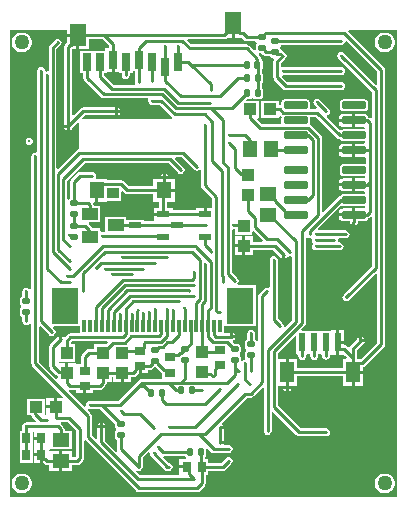
<source format=gbl>
G04*
G04 #@! TF.GenerationSoftware,Altium Limited,Altium Designer,21.2.1 (34)*
G04*
G04 Layer_Physical_Order=2*
G04 Layer_Color=16711680*
%FSLAX44Y44*%
%MOMM*%
G71*
G04*
G04 #@! TF.SameCoordinates,32138B9C-427C-45C4-8288-55465CA957BF*
G04*
G04*
G04 #@! TF.FilePolarity,Positive*
G04*
G01*
G75*
%ADD30R,0.6000X1.5500*%
%ADD31R,1.2000X1.8000*%
G04:AMPARAMS|DCode=35|XSize=1.97mm|YSize=0.6mm|CornerRadius=0.075mm|HoleSize=0mm|Usage=FLASHONLY|Rotation=0.000|XOffset=0mm|YOffset=0mm|HoleType=Round|Shape=RoundedRectangle|*
%AMROUNDEDRECTD35*
21,1,1.9700,0.4500,0,0,0.0*
21,1,1.8200,0.6000,0,0,0.0*
1,1,0.1500,0.9100,-0.2250*
1,1,0.1500,-0.9100,-0.2250*
1,1,0.1500,-0.9100,0.2250*
1,1,0.1500,0.9100,0.2250*
%
%ADD35ROUNDEDRECTD35*%
%ADD36C,0.2540*%
%ADD37C,0.2000*%
%ADD38C,1.2700*%
G04:AMPARAMS|DCode=39|XSize=0.49mm|YSize=0.6mm|CornerRadius=0.049mm|HoleSize=0mm|Usage=FLASHONLY|Rotation=90.000|XOffset=0mm|YOffset=0mm|HoleType=Round|Shape=RoundedRectangle|*
%AMROUNDEDRECTD39*
21,1,0.4900,0.5020,0,0,90.0*
21,1,0.3920,0.6000,0,0,90.0*
1,1,0.0980,0.2510,0.1960*
1,1,0.0980,0.2510,-0.1960*
1,1,0.0980,-0.2510,-0.1960*
1,1,0.0980,-0.2510,0.1960*
%
%ADD39ROUNDEDRECTD39*%
%ADD40R,0.7000X0.9000*%
%ADD41R,0.9000X0.7000*%
%ADD42R,1.1000X1.0000*%
%ADD43R,1.4500X1.1500*%
G04:AMPARAMS|DCode=44|XSize=0.49mm|YSize=0.6mm|CornerRadius=0.049mm|HoleSize=0mm|Usage=FLASHONLY|Rotation=0.000|XOffset=0mm|YOffset=0mm|HoleType=Round|Shape=RoundedRectangle|*
%AMROUNDEDRECTD44*
21,1,0.4900,0.5020,0,0,0.0*
21,1,0.3920,0.6000,0,0,0.0*
1,1,0.0980,0.1960,-0.2510*
1,1,0.0980,-0.1960,-0.2510*
1,1,0.0980,-0.1960,0.2510*
1,1,0.0980,0.1960,0.2510*
%
%ADD44ROUNDEDRECTD44*%
%ADD45R,0.8000X1.5000*%
%ADD46R,1.0000X0.9500*%
%ADD47R,1.3000X1.4000*%
%ADD48R,1.4000X1.9000*%
%ADD49R,1.0000X1.1000*%
%ADD50R,1.1176X0.4826*%
%ADD51R,1.1500X1.4500*%
%ADD52R,1.4000X1.0000*%
%ADD53R,0.3000X1.1000*%
%ADD54R,2.3000X3.1000*%
G36*
X190460Y388930D02*
X196515D01*
X198442Y387002D01*
X199524Y386280D01*
X200800Y386026D01*
X208124D01*
X208635Y385262D01*
X208676Y385183D01*
X209055Y384015D01*
X208505Y383191D01*
X208311Y382220D01*
Y378590D01*
X207614Y378152D01*
X207069Y378036D01*
X203018Y382088D01*
X201936Y382810D01*
X200660Y383064D01*
X153781D01*
X150382Y386463D01*
X150869Y387636D01*
X181690D01*
X182966Y387890D01*
X184048Y388613D01*
X184365Y388930D01*
X187920D01*
Y400970D01*
X190460D01*
Y388930D01*
D02*
G37*
G36*
X311086Y359839D02*
Y349338D01*
X309913Y348853D01*
X283027Y375737D01*
X281946Y376460D01*
X280670Y376714D01*
X279394Y376460D01*
X278312Y375737D01*
X277590Y374656D01*
X277336Y373380D01*
X277590Y372104D01*
X278312Y371022D01*
X306546Y342789D01*
Y320858D01*
X305373Y320373D01*
X304618Y321128D01*
X303713Y321732D01*
X303599Y322304D01*
X302872Y323392D01*
X301784Y324119D01*
X300500Y324375D01*
X292670D01*
Y318770D01*
Y313165D01*
X299606D01*
X300781Y312012D01*
Y311354D01*
X300500Y311124D01*
X282300D01*
X281227Y310910D01*
X280317Y310303D01*
X279921Y310264D01*
X268384Y321801D01*
X268802Y323179D01*
X269281Y323274D01*
X270363Y323997D01*
X271085Y325079D01*
X271339Y326355D01*
X271085Y327631D01*
X270363Y328712D01*
X262708Y336367D01*
X261626Y337090D01*
X260350Y337344D01*
X259074Y337090D01*
X257992Y336367D01*
X257270Y335286D01*
X257016Y334010D01*
X257270Y332734D01*
X257992Y331652D01*
X259841Y329804D01*
X259315Y328534D01*
X254467D01*
X253904Y329220D01*
Y333720D01*
X253690Y334793D01*
X253083Y335703D01*
X252173Y336310D01*
X251100Y336524D01*
X232900D01*
X231827Y336310D01*
X230917Y335703D01*
X230310Y334793D01*
X230096Y333720D01*
Y332677D01*
X228959Y331906D01*
X228134Y332310D01*
Y335053D01*
X213134D01*
Y321053D01*
X228134D01*
Y321614D01*
X229250Y322214D01*
X230219Y321639D01*
X230096Y321020D01*
Y316520D01*
X229402Y315674D01*
X213551D01*
X209346Y319879D01*
X209832Y321053D01*
X211134D01*
Y335053D01*
X200551D01*
X200063Y336186D01*
X200757Y337034D01*
X203008D01*
X203979Y337227D01*
X204803Y337778D01*
X204834Y337824D01*
X206362D01*
X206393Y337778D01*
X207216Y337227D01*
X208188Y337034D01*
X212108D01*
X213079Y337227D01*
X213903Y337778D01*
X214453Y338601D01*
X214646Y339573D01*
Y344593D01*
X214453Y345564D01*
X213903Y346388D01*
X213482Y346670D01*
Y349648D01*
X214045Y350025D01*
X214596Y350848D01*
X214789Y351820D01*
Y356840D01*
X214596Y357812D01*
X214045Y358635D01*
X213624Y358917D01*
Y361909D01*
X214043Y362537D01*
X214237Y363509D01*
Y368529D01*
X214043Y369500D01*
X213493Y370324D01*
X212884Y370731D01*
Y370840D01*
X212630Y372116D01*
X211908Y373198D01*
X210586Y374519D01*
X210702Y375065D01*
X211140Y375761D01*
X213144D01*
X214813Y374092D01*
X215894Y373370D01*
X217170Y373116D01*
X220203D01*
X220485Y372695D01*
X221308Y372145D01*
X222280Y371951D01*
X223285D01*
X223880Y370681D01*
X223466Y370062D01*
X223212Y368786D01*
Y355114D01*
X223466Y353838D01*
X224189Y352756D01*
X231322Y345622D01*
X232404Y344900D01*
X233680Y344646D01*
X280670D01*
X281946Y344900D01*
X283027Y345622D01*
X283750Y346704D01*
X284004Y347980D01*
X283750Y349256D01*
X283027Y350337D01*
X281946Y351060D01*
X280670Y351314D01*
X235061D01*
X230493Y355882D01*
X230543Y356203D01*
X231140Y357346D01*
X280670D01*
X281946Y357600D01*
X283027Y358322D01*
X283750Y359404D01*
X284004Y360680D01*
X283750Y361956D01*
X283027Y363037D01*
X281946Y363760D01*
X280670Y364014D01*
X231140D01*
X230862Y363959D01*
X229880Y364765D01*
Y367405D01*
X233464Y370989D01*
X234187Y372071D01*
X234440Y373346D01*
X234187Y374622D01*
X233464Y375704D01*
X231489Y377678D01*
X230408Y378401D01*
X229817Y378518D01*
X229646Y379381D01*
X229095Y380205D01*
X229330Y381377D01*
X230131Y382216D01*
X280140D01*
X281416Y382470D01*
X282498Y383192D01*
X283027Y383722D01*
X283750Y384804D01*
X283846Y385283D01*
X285224Y385701D01*
X311086Y359839D01*
D02*
G37*
G36*
X88860Y360030D02*
X92590D01*
Y358570D01*
X95026D01*
Y356916D01*
X95280Y355640D01*
X96003Y354559D01*
X97085Y353836D01*
X98361Y353582D01*
X99636Y353836D01*
X100718Y354559D01*
X101441Y355640D01*
X101694Y356916D01*
Y358570D01*
X104590D01*
Y360570D01*
X106256D01*
Y351317D01*
X106510Y350042D01*
X105829Y348774D01*
X87811D01*
X79534Y357052D01*
Y358570D01*
X82590D01*
Y360030D01*
X86320D01*
Y370070D01*
X88860D01*
Y360030D01*
D02*
G37*
G36*
X327660Y0D02*
X0D01*
Y394970D01*
X48150D01*
Y392240D01*
X57690D01*
Y390970D01*
X58960D01*
Y378930D01*
X67230D01*
Y387636D01*
X78819D01*
X84296Y382159D01*
Y380110D01*
X81050D01*
Y377570D01*
X59590D01*
Y358570D01*
X62256D01*
Y354780D01*
X62510Y353504D01*
X63232Y352422D01*
X77112Y338543D01*
X78194Y337820D01*
X79470Y337566D01*
X116833D01*
X117518Y336296D01*
X117316Y335280D01*
X117570Y334004D01*
X118293Y332923D01*
X119374Y332200D01*
X120650Y331946D01*
X126748D01*
X137201Y321493D01*
X137847Y321061D01*
X137462Y319791D01*
X62142D01*
X61616Y321061D01*
X63611Y323056D01*
X88900D01*
Y326390D01*
Y329724D01*
X62230D01*
X60954Y329470D01*
X59872Y328747D01*
X54037Y322912D01*
X52864Y323399D01*
Y378930D01*
X56420D01*
Y389700D01*
X48150D01*
Y384587D01*
X47172Y383610D01*
X46450Y382528D01*
X46196Y381252D01*
Y314960D01*
X49530D01*
Y313690D01*
X50800D01*
Y310384D01*
X51535Y310689D01*
X52531Y311685D01*
X52737Y312182D01*
X57299Y316744D01*
X58569Y316218D01*
Y294770D01*
X58637Y294429D01*
X58420Y294164D01*
X57144Y293910D01*
X56062Y293188D01*
X40797Y277922D01*
X39624Y278409D01*
Y379079D01*
X42997Y382453D01*
X43720Y383534D01*
X43974Y384810D01*
X43720Y386086D01*
X42997Y387168D01*
X41916Y387890D01*
X40640Y388144D01*
X39364Y387890D01*
X38282Y387168D01*
X33932Y382817D01*
X33210Y381736D01*
X32956Y380460D01*
Y360965D01*
X31974Y360159D01*
X31750Y360204D01*
X31274Y360109D01*
X30142Y360618D01*
X29933Y361039D01*
X29750Y361956D01*
X29028Y363037D01*
X27946Y363760D01*
X26670Y364014D01*
X25394Y363760D01*
X24313Y363037D01*
X23590Y361956D01*
X23336Y360680D01*
Y292467D01*
X22066Y291529D01*
X21590Y291624D01*
X20314Y291370D01*
X19232Y290648D01*
X18510Y289566D01*
X18256Y288290D01*
Y176151D01*
X18054Y176015D01*
X16329Y176352D01*
X15248Y177074D01*
X13972Y177328D01*
X12696Y177074D01*
X11614Y176352D01*
X11612Y176350D01*
X10890Y175268D01*
X10636Y173992D01*
Y170175D01*
X10488Y170145D01*
X9665Y169595D01*
X9115Y168771D01*
X8921Y167800D01*
Y163880D01*
X9115Y162908D01*
X9665Y162085D01*
X9711Y162054D01*
Y160526D01*
X9665Y160495D01*
X9115Y159671D01*
X8921Y158700D01*
Y154780D01*
X9115Y153808D01*
X9665Y152985D01*
X10488Y152435D01*
X10636Y152405D01*
Y148590D01*
X10890Y147314D01*
X11612Y146233D01*
X12694Y145510D01*
X13970Y145256D01*
X15246Y145510D01*
X16328Y146233D01*
X16986Y147218D01*
X17078Y147228D01*
X18256Y146445D01*
Y113030D01*
X18510Y111754D01*
X19232Y110673D01*
X44992Y84913D01*
X44506Y83740D01*
X40250D01*
Y76200D01*
X38980D01*
Y74930D01*
X30940D01*
Y69574D01*
X30232Y69348D01*
X29480Y69979D01*
Y83200D01*
X14480D01*
Y69200D01*
X18385D01*
X18510Y68574D01*
X19232Y67492D01*
X22528Y64197D01*
X22041Y63024D01*
X13970D01*
X12694Y62770D01*
X11612Y62048D01*
X11463Y61898D01*
X10740Y60816D01*
X10486Y59540D01*
Y56030D01*
X8320D01*
Y43030D01*
X8320D01*
Y42060D01*
X8320D01*
Y29060D01*
X19320D01*
Y42060D01*
X19320D01*
Y43030D01*
X19320D01*
Y54638D01*
X20590Y55271D01*
X20780Y55128D01*
Y50800D01*
X26820D01*
Y48260D01*
X20780D01*
Y42490D01*
Y36830D01*
X26820D01*
Y35560D01*
X28090D01*
Y28520D01*
X29145D01*
X29653Y28012D01*
X30734Y27290D01*
X32010Y27036D01*
X33390D01*
Y22080D01*
X41910D01*
Y30370D01*
Y38660D01*
X34463D01*
X33530Y39930D01*
X33715Y40523D01*
X33930Y40620D01*
X52430D01*
Y56120D01*
X46514D01*
Y57150D01*
X46260Y58426D01*
X45538Y59508D01*
X43219Y61826D01*
X43432Y62688D01*
X43708Y63096D01*
X49029D01*
X56356Y55769D01*
Y34401D01*
X55659Y33704D01*
X52970D01*
Y38660D01*
X44450D01*
Y30370D01*
Y22080D01*
X52970D01*
Y27036D01*
X57040D01*
X58316Y27290D01*
X59398Y28012D01*
X62048Y30663D01*
X62770Y31744D01*
X63024Y33020D01*
Y47305D01*
X64294Y47831D01*
X106862Y5263D01*
X107944Y4540D01*
X109220Y4286D01*
X158750D01*
X160026Y4540D01*
X161108Y5263D01*
X165068Y9222D01*
X165790Y10304D01*
X166044Y11580D01*
Y18900D01*
X168210D01*
Y22066D01*
X180340D01*
X181616Y22320D01*
X182698Y23043D01*
X187778Y28122D01*
X188500Y29204D01*
X188754Y30480D01*
X188500Y31756D01*
X187778Y32838D01*
X186696Y33560D01*
X185420Y33814D01*
X184144Y33560D01*
X183062Y32838D01*
X178959Y28734D01*
X168210D01*
Y31900D01*
X165364D01*
Y33513D01*
X165785Y33795D01*
X166336Y34618D01*
X166529Y35590D01*
Y40320D01*
X167225Y40758D01*
X167771Y40874D01*
X170362Y38282D01*
X171444Y37560D01*
X172720Y37306D01*
X185420D01*
X186696Y37560D01*
X187778Y38282D01*
X188500Y39364D01*
X188754Y40640D01*
X188500Y41916D01*
X187778Y42997D01*
X186696Y43720D01*
X185420Y43974D01*
X182036D01*
X181718Y44450D01*
X177800D01*
Y46990D01*
X181134D01*
Y57150D01*
X177800D01*
Y59690D01*
X181106D01*
X180801Y60425D01*
X179805Y61421D01*
X179725Y61454D01*
X179427Y62952D01*
X200581Y84106D01*
X204280D01*
X205556Y84360D01*
X206637Y85083D01*
X213933Y92378D01*
X215106Y91891D01*
Y55880D01*
X215360Y54604D01*
X216082Y53523D01*
X217164Y52800D01*
X218440Y52546D01*
X219716Y52800D01*
X220798Y53523D01*
X221520Y54604D01*
X221774Y55880D01*
Y71571D01*
X222947Y72058D01*
X242752Y52252D01*
X243834Y51530D01*
X245110Y51276D01*
X267970D01*
X269246Y51530D01*
X270327Y52252D01*
X271050Y53334D01*
X271304Y54610D01*
X271050Y55886D01*
X270327Y56968D01*
X269246Y57690D01*
X267970Y57944D01*
X246491D01*
X226854Y77581D01*
Y94020D01*
X230286D01*
X230361Y93980D01*
X238868D01*
X238895Y94020D01*
X243350D01*
Y102226D01*
X282270D01*
Y94020D01*
X289540D01*
Y105560D01*
X290810D01*
Y106830D01*
X299350D01*
Y110056D01*
X299740Y110134D01*
X300822Y110857D01*
X316777Y126812D01*
X317500Y127894D01*
X317754Y129170D01*
Y361220D01*
X317500Y362496D01*
X316777Y363577D01*
X286655Y393700D01*
X287181Y394970D01*
X327660D01*
Y0D01*
D02*
G37*
G36*
X156036Y277093D02*
X157118Y276370D01*
X158394Y276116D01*
X159670Y276370D01*
X160496Y276922D01*
X161407Y276619D01*
X161766Y276360D01*
Y263934D01*
X162020Y262658D01*
X162743Y261576D01*
X171656Y252663D01*
Y244323D01*
X166878D01*
Y239370D01*
X164338D01*
Y244323D01*
X157480D01*
Y242704D01*
X138176D01*
Y244323D01*
X133382D01*
Y249930D01*
X139730D01*
Y258200D01*
X130690D01*
Y260740D01*
X139730D01*
Y269010D01*
X135395D01*
X135093Y269240D01*
X126527D01*
X126225Y269010D01*
X121650D01*
Y262804D01*
X101096D01*
X96302Y267598D01*
X95220Y268320D01*
X93945Y268574D01*
X82730D01*
Y269010D01*
X73459D01*
X72780Y270280D01*
X72930Y270504D01*
X73184Y271780D01*
X72930Y273056D01*
X72207Y274137D01*
X71126Y274860D01*
X69850Y275114D01*
X59690D01*
X58414Y274860D01*
X57333Y274137D01*
X52252Y269058D01*
X51530Y267976D01*
X51276Y266700D01*
Y252725D01*
X51128Y252696D01*
X50305Y252145D01*
X49974Y251650D01*
X48704Y252035D01*
Y267509D01*
X63611Y282416D01*
X134509D01*
X142423Y274503D01*
X143504Y273780D01*
X144780Y273526D01*
X146056Y273780D01*
X147137Y274503D01*
X147860Y275584D01*
X148114Y276860D01*
X147860Y278136D01*
X147137Y279217D01*
X140032Y286323D01*
X140519Y287496D01*
X145633D01*
X156036Y277093D01*
D02*
G37*
G36*
X277043Y303713D02*
X278124Y302990D01*
X279400Y302736D01*
X279717D01*
X280317Y301837D01*
X281227Y301230D01*
X282300Y301016D01*
X300500D01*
X300781Y300786D01*
Y300128D01*
X299606Y298974D01*
X292670D01*
Y293370D01*
Y287766D01*
X300500D01*
X301466Y286973D01*
Y282707D01*
X300500Y281914D01*
X282300D01*
X281227Y281700D01*
X280317Y281093D01*
X279710Y280183D01*
X279496Y279110D01*
Y274610D01*
X279710Y273537D01*
X280317Y272627D01*
X281227Y272020D01*
X282300Y271806D01*
X300500D01*
X300781Y271576D01*
Y270918D01*
X299606Y269764D01*
X292670D01*
Y264160D01*
Y258556D01*
X299606D01*
X300781Y257402D01*
Y256744D01*
X300500Y256514D01*
X282300D01*
X281227Y256300D01*
X280317Y255693D01*
X279710Y254783D01*
X279672Y254596D01*
X279394Y254540D01*
X278312Y253818D01*
X265587Y241092D01*
X264414Y241579D01*
Y304070D01*
X264160Y305346D01*
X263438Y306427D01*
X255168Y314697D01*
X254086Y315420D01*
X253700Y315497D01*
X253904Y316520D01*
Y321020D01*
X254598Y321866D01*
X258889D01*
X277043Y303713D01*
D02*
G37*
G36*
X74960Y249930D02*
X82730D01*
Y250470D01*
X94590D01*
Y258220D01*
X95763Y258706D01*
X97357Y257113D01*
X98439Y256390D01*
X99714Y256136D01*
X121650D01*
Y249930D01*
X126714D01*
Y244323D01*
X121920D01*
Y240640D01*
X130048D01*
Y238100D01*
X121920D01*
Y234417D01*
X121920D01*
X121782Y233204D01*
X113760D01*
Y234283D01*
X98740D01*
Y236870D01*
X80740D01*
Y224020D01*
X78390D01*
X78010Y223945D01*
X76740Y224928D01*
Y227370D01*
X70367D01*
X69668Y228417D01*
X66985Y231100D01*
X67511Y232370D01*
X76740D01*
Y246370D01*
X71074D01*
Y246902D01*
X70820Y248178D01*
X70498Y248660D01*
X71177Y249930D01*
X72420D01*
Y259470D01*
X74960D01*
Y249930D01*
D02*
G37*
G36*
X189230Y226536D02*
X191120D01*
Y221980D01*
X205120D01*
Y224629D01*
X206390Y225155D01*
X214461Y217084D01*
X213935Y215814D01*
X205660D01*
Y220520D01*
X199390D01*
Y212480D01*
Y204440D01*
X205660D01*
Y209146D01*
X222982D01*
X228940Y203188D01*
X229146Y202691D01*
X230142Y201695D01*
X230877Y201390D01*
Y204696D01*
X233417D01*
Y201390D01*
X234152Y201695D01*
X235148Y202691D01*
X235286Y203023D01*
X236193Y203909D01*
X236877Y203798D01*
X237490Y203676D01*
X237714Y203720D01*
X238696Y202915D01*
Y149501D01*
X233044Y143849D01*
X231873Y144475D01*
X231934Y144780D01*
X231680Y146056D01*
X230958Y147137D01*
X226854Y151241D01*
Y200660D01*
X226600Y201936D01*
X225877Y203018D01*
X224796Y203740D01*
X223520Y203994D01*
X222244Y203740D01*
X221162Y203018D01*
X220440Y201936D01*
X220186Y200660D01*
Y177796D01*
X219005Y177082D01*
X218916Y177084D01*
X217710Y177324D01*
X216434Y177070D01*
X215352Y176348D01*
X211542Y172537D01*
X210820Y171456D01*
X210566Y170180D01*
Y132200D01*
X209392Y131966D01*
X209296Y131986D01*
X208775Y132765D01*
X207952Y133315D01*
X207804Y133345D01*
Y138430D01*
X207550Y139706D01*
X206828Y140787D01*
X205746Y141510D01*
X204470Y141764D01*
X203194Y141510D01*
X202113Y140787D01*
X201390Y139706D01*
X201136Y138430D01*
Y133345D01*
X200988Y133315D01*
X200165Y132765D01*
X199615Y131941D01*
X199421Y130970D01*
Y127050D01*
X199615Y126079D01*
X200165Y125255D01*
X200211Y125224D01*
Y123696D01*
X200165Y123665D01*
X199615Y122842D01*
X199421Y121870D01*
Y117950D01*
X199495Y117581D01*
X199431Y116839D01*
X198602Y116207D01*
X198114Y116110D01*
X197033Y115387D01*
X196819Y115068D01*
X195549Y115453D01*
Y118060D01*
X195355Y119031D01*
X194805Y119855D01*
X194759Y119886D01*
Y121414D01*
X194805Y121445D01*
X195355Y122268D01*
X195549Y123240D01*
Y127160D01*
X195355Y128132D01*
X194805Y128955D01*
X193982Y129506D01*
X193010Y129699D01*
X190166D01*
X188808Y131057D01*
X189171Y132490D01*
X189845Y132769D01*
X190841Y133765D01*
X191146Y134500D01*
X187840D01*
Y135770D01*
X186570D01*
Y139104D01*
X181650D01*
Y144280D01*
X208350D01*
Y179280D01*
X193284D01*
X192908Y180375D01*
X192876Y180550D01*
X193580Y181604D01*
X193834Y182880D01*
X193580Y184156D01*
X192857Y185238D01*
X188024Y190071D01*
Y225775D01*
X189006Y226581D01*
X189230Y226536D01*
D02*
G37*
G36*
X281227Y246620D02*
X282300Y246406D01*
X300500D01*
X300781Y246176D01*
Y245518D01*
X299606Y244364D01*
X292670D01*
Y238760D01*
X291400D01*
Y237490D01*
X278946D01*
Y236510D01*
X279201Y235226D01*
X279928Y234138D01*
X281016Y233411D01*
X282300Y233155D01*
X287891D01*
Y232133D01*
X288430Y230832D01*
X289426Y229836D01*
X290161Y229532D01*
Y232837D01*
X292701D01*
Y229532D01*
X293437Y229836D01*
X294432Y230832D01*
X294971Y232133D01*
Y233155D01*
X300500D01*
X301784Y233411D01*
X302872Y234138D01*
X303599Y235226D01*
X303713Y235798D01*
X304618Y236402D01*
X305373Y237157D01*
X306546Y236672D01*
Y195118D01*
X282728Y171300D01*
X282005Y170218D01*
X281751Y168942D01*
X282005Y167666D01*
X282728Y166585D01*
X283810Y165862D01*
X285085Y165608D01*
X286361Y165862D01*
X287443Y166585D01*
X309913Y189055D01*
X311086Y188568D01*
Y130551D01*
X297635Y117100D01*
X295135D01*
X294164Y117830D01*
Y124349D01*
X298688Y128873D01*
X299185Y129079D01*
X300181Y130075D01*
X300486Y130810D01*
X297180D01*
Y132080D01*
X295910D01*
Y135386D01*
X295175Y135081D01*
X294179Y134085D01*
X293973Y133588D01*
X288472Y128088D01*
X287900Y127231D01*
X286516Y126819D01*
X285490Y127845D01*
X284408Y128568D01*
X283350Y128779D01*
Y129540D01*
X279080D01*
Y120520D01*
X283350D01*
X283350Y120520D01*
Y120520D01*
X284216Y119689D01*
X285632Y118273D01*
X285146Y117100D01*
X282270D01*
Y108894D01*
X243350D01*
Y117100D01*
X236080D01*
Y105560D01*
X233540D01*
Y117100D01*
X226854D01*
Y121809D01*
X241637Y136592D01*
X242810Y136106D01*
Y121060D01*
X243650D01*
X244398Y119790D01*
X244316Y119380D01*
X244570Y118104D01*
X245292Y117022D01*
X246374Y116300D01*
X247650Y116046D01*
X248926Y116300D01*
X250007Y117022D01*
X250168Y117183D01*
X250890Y118264D01*
X251144Y119540D01*
Y120162D01*
X252042Y121060D01*
X252810D01*
Y121060D01*
X252810D01*
Y121060D01*
X254476D01*
Y119380D01*
X254730Y118104D01*
X255452Y117022D01*
X256534Y116300D01*
X257810Y116046D01*
X259086Y116300D01*
X260168Y117022D01*
X260890Y118104D01*
X261144Y119380D01*
Y121060D01*
X263657D01*
X264400Y119790D01*
X264338Y119482D01*
X264592Y118206D01*
X265315Y117124D01*
X266397Y116402D01*
X267672Y116148D01*
X268948Y116402D01*
X270030Y117124D01*
X270168Y117262D01*
X270890Y118344D01*
X271144Y119620D01*
Y120172D01*
X272270Y120520D01*
Y120520D01*
X276540D01*
Y130810D01*
Y141100D01*
X272270D01*
Y140560D01*
X254080D01*
X252810Y140560D01*
Y140560D01*
X252810D01*
Y140560D01*
X247264D01*
X246778Y141733D01*
X250007Y144963D01*
X250730Y146044D01*
X250984Y147320D01*
Y218805D01*
X252254Y219484D01*
X252724Y219170D01*
X254000Y218916D01*
X254934Y219102D01*
X255268Y218896D01*
X255726Y218438D01*
X255932Y218104D01*
X255746Y217170D01*
X256000Y215894D01*
X256723Y214813D01*
Y214447D01*
X256000Y213366D01*
X255746Y212090D01*
X256000Y210814D01*
X256723Y209732D01*
X257804Y209010D01*
X259080Y208756D01*
X279400D01*
X280676Y209010D01*
X281758Y209732D01*
X282480Y210814D01*
X282734Y212090D01*
X282480Y213366D01*
X281758Y214447D01*
X280676Y215170D01*
X279400Y215424D01*
X278770D01*
X278020Y216694D01*
X278194Y217570D01*
X278179Y217646D01*
X279221Y218916D01*
X284480D01*
X285756Y219170D01*
X286838Y219893D01*
X287560Y220974D01*
X287814Y222250D01*
X287560Y223526D01*
X286838Y224608D01*
X285756Y225330D01*
X284480Y225584D01*
X261168D01*
X260682Y226757D01*
X280818Y246893D01*
X281227Y246620D01*
D02*
G37*
G36*
X33203Y137343D02*
X34284Y136620D01*
X35560Y136366D01*
X36836Y136620D01*
X37917Y137343D01*
X38640Y138424D01*
X38894Y139700D01*
X38640Y140976D01*
X37917Y142058D01*
X36868Y143107D01*
X37354Y144280D01*
X59650D01*
Y138564D01*
X51410D01*
X50134Y138310D01*
X49053Y137587D01*
X46714Y135249D01*
X46181Y135355D01*
X45185Y136351D01*
X44450Y136656D01*
Y133350D01*
X41910D01*
Y136656D01*
X41175Y136351D01*
X40179Y135355D01*
X39973Y134858D01*
X34472Y129358D01*
X33750Y128276D01*
X33496Y127000D01*
Y110490D01*
X33750Y109214D01*
X34472Y108132D01*
X39553Y103053D01*
X40634Y102330D01*
X40720Y102313D01*
Y100274D01*
X39547Y99788D01*
X24924Y114411D01*
Y143961D01*
X26097Y144448D01*
X33203Y137343D01*
D02*
G37*
G36*
X82828Y130723D02*
X81525Y129420D01*
X71740D01*
Y125254D01*
X67310D01*
X66034Y125000D01*
X64953Y124277D01*
X61143Y120468D01*
X60420Y119386D01*
X60166Y118110D01*
Y112330D01*
X57000D01*
Y112330D01*
X55800Y112499D01*
Y112960D01*
X49530D01*
Y104920D01*
X46990D01*
Y112960D01*
X42039D01*
X41367Y113965D01*
X41684Y114420D01*
X55260D01*
Y129420D01*
X51594D01*
Y130699D01*
X52791Y131896D01*
X82341D01*
X82828Y130723D01*
D02*
G37*
G36*
X111760Y104690D02*
X117530D01*
Y107396D01*
X118700D01*
X119976Y107650D01*
X121058Y108372D01*
X122430Y109745D01*
X123950D01*
X128562Y105133D01*
X128850Y104940D01*
Y99854D01*
X111760D01*
X110484Y99600D01*
X109402Y98877D01*
X106862Y96338D01*
X106862Y96338D01*
X91651Y81126D01*
X67632D01*
X66357Y80873D01*
X65275Y80150D01*
X64552Y79068D01*
X64298Y77792D01*
X64537Y76595D01*
X64481Y76517D01*
X63272Y76063D01*
X49931Y89404D01*
X50557Y90574D01*
X50950Y90496D01*
X56460D01*
Y87790D01*
X62230D01*
Y93830D01*
X64770D01*
Y87790D01*
X70540D01*
Y90646D01*
X76200D01*
X77476Y90900D01*
X78558Y91622D01*
X81097Y94162D01*
X81820Y95244D01*
X82074Y96520D01*
Y96880D01*
X86280D01*
Y101586D01*
X87710D01*
Y96880D01*
X93980D01*
Y104920D01*
X96520D01*
Y96880D01*
X102790D01*
Y101586D01*
X104680D01*
X105956Y101840D01*
X107037Y102563D01*
X109165Y104690D01*
X109220D01*
Y110730D01*
X111760D01*
Y104690D01*
D02*
G37*
G36*
X67632Y74458D02*
X76507D01*
X88931Y62034D01*
Y59740D01*
X89124Y58769D01*
X89675Y57945D01*
X89721Y57914D01*
Y56386D01*
X89675Y56355D01*
X89124Y55532D01*
X88931Y54560D01*
Y50640D01*
X89124Y49668D01*
X89675Y48845D01*
X90498Y48295D01*
X90646Y48265D01*
Y40640D01*
X90900Y39364D01*
X91298Y38768D01*
X90311Y37959D01*
X80804Y47466D01*
Y58420D01*
X74136D01*
Y49078D01*
X72963Y48592D01*
X69374Y52181D01*
Y68580D01*
X69120Y69856D01*
X68397Y70938D01*
X65903Y73432D01*
X66357Y74641D01*
X66434Y74697D01*
X67632Y74458D01*
D02*
G37*
G36*
X118664Y37223D02*
X118586Y36830D01*
X118840Y35554D01*
X119563Y34472D01*
X130992Y23043D01*
X132074Y22320D01*
X133350Y22066D01*
X134620D01*
X135896Y22320D01*
X136978Y23043D01*
X137700Y24124D01*
X137954Y25400D01*
X137700Y26676D01*
X136978Y27757D01*
X135896Y28480D01*
X134759Y28707D01*
X129969Y33496D01*
X130495Y34766D01*
X148595D01*
X148624Y34618D01*
X149175Y33795D01*
X149302Y33710D01*
X148917Y32440D01*
X143670D01*
Y26670D01*
X149710D01*
Y24130D01*
X143670D01*
Y18525D01*
X109746D01*
X106539Y21732D01*
X107348Y22718D01*
X107944Y22320D01*
X109220Y22066D01*
X110496Y22320D01*
X111578Y23043D01*
X112300Y24124D01*
X112554Y25400D01*
Y32909D01*
X117494Y37849D01*
X118664Y37223D01*
D02*
G37*
%LPC*%
G36*
X300500Y336524D02*
X282300D01*
X281227Y336310D01*
X280317Y335703D01*
X279710Y334793D01*
X279496Y333720D01*
Y329220D01*
X279710Y328147D01*
X280317Y327237D01*
X281227Y326630D01*
X282300Y326416D01*
X300500D01*
X301573Y326630D01*
X302483Y327237D01*
X303090Y328147D01*
X303304Y329220D01*
Y333720D01*
X303090Y334793D01*
X302483Y335703D01*
X301573Y336310D01*
X300500Y336524D01*
D02*
G37*
G36*
X290130Y324375D02*
X282300D01*
X281016Y324119D01*
X279928Y323392D01*
X279201Y322304D01*
X278946Y321020D01*
Y320040D01*
X290130D01*
Y324375D01*
D02*
G37*
G36*
Y317500D02*
X278946D01*
Y316520D01*
X279201Y315236D01*
X279928Y314148D01*
X281016Y313421D01*
X282300Y313165D01*
X290130D01*
Y317500D01*
D02*
G37*
G36*
X318599Y393160D02*
X316401D01*
X314277Y392591D01*
X312373Y391492D01*
X310818Y389937D01*
X309719Y388033D01*
X309150Y385909D01*
Y383711D01*
X309719Y381587D01*
X310818Y379683D01*
X312373Y378128D01*
X314277Y377029D01*
X316401Y376460D01*
X318599D01*
X320723Y377029D01*
X322627Y378128D01*
X324182Y379683D01*
X325281Y381587D01*
X325850Y383711D01*
Y385909D01*
X325281Y388033D01*
X324182Y389937D01*
X322627Y391492D01*
X320723Y392591D01*
X318599Y393160D01*
D02*
G37*
G36*
X11259D02*
X9061D01*
X6937Y392591D01*
X5033Y391492D01*
X3478Y389937D01*
X2379Y388033D01*
X1810Y385909D01*
Y383711D01*
X2379Y381587D01*
X3478Y379683D01*
X5033Y378128D01*
X6937Y377029D01*
X9061Y376460D01*
X11259D01*
X13383Y377029D01*
X15287Y378128D01*
X16842Y379683D01*
X17941Y381587D01*
X18510Y383711D01*
Y385909D01*
X17941Y388033D01*
X16842Y389937D01*
X15287Y391492D01*
X13383Y392591D01*
X11259Y393160D01*
D02*
G37*
G36*
X91440Y329696D02*
Y327660D01*
X93476D01*
X93171Y328395D01*
X92175Y329391D01*
X91440Y329696D01*
D02*
G37*
G36*
X93476Y325120D02*
X91440D01*
Y323084D01*
X92175Y323389D01*
X93171Y324385D01*
X93476Y325120D01*
D02*
G37*
G36*
X48260Y312420D02*
X46224D01*
X46529Y311685D01*
X47525Y310689D01*
X48260Y310384D01*
Y312420D01*
D02*
G37*
G36*
X17107Y303990D02*
X15913D01*
X14811Y303533D01*
X13967Y302689D01*
X13510Y301587D01*
Y300393D01*
X13967Y299291D01*
X14811Y298447D01*
X15913Y297990D01*
X17107D01*
X18209Y298447D01*
X19053Y299291D01*
X19510Y300393D01*
Y301587D01*
X19053Y302689D01*
X18209Y303533D01*
X17107Y303990D01*
D02*
G37*
G36*
X299350Y104290D02*
X292080D01*
Y94020D01*
X299350D01*
Y104290D01*
D02*
G37*
G36*
X238256Y91440D02*
X236220D01*
Y89404D01*
X236955Y89709D01*
X237951Y90705D01*
X238256Y91440D01*
D02*
G37*
G36*
X233680D02*
X231644D01*
X231949Y90705D01*
X232945Y89709D01*
X233680Y89404D01*
Y91440D01*
D02*
G37*
G36*
X37710Y83740D02*
X30940D01*
Y77470D01*
X37710D01*
Y83740D01*
D02*
G37*
G36*
X25550Y34290D02*
X20780D01*
Y28520D01*
X25550D01*
Y34290D01*
D02*
G37*
G36*
X318599Y19780D02*
X316401D01*
X314277Y19211D01*
X312373Y18112D01*
X310818Y16557D01*
X309719Y14653D01*
X309150Y12529D01*
Y10331D01*
X309719Y8207D01*
X310818Y6303D01*
X312373Y4748D01*
X314277Y3649D01*
X316401Y3080D01*
X318599D01*
X320723Y3649D01*
X322627Y4748D01*
X324182Y6303D01*
X325281Y8207D01*
X325850Y10331D01*
Y12529D01*
X325281Y14653D01*
X324182Y16557D01*
X322627Y18112D01*
X320723Y19211D01*
X318599Y19780D01*
D02*
G37*
G36*
X11259D02*
X9061D01*
X6937Y19211D01*
X5033Y18112D01*
X3478Y16557D01*
X2379Y14653D01*
X1810Y12529D01*
Y10331D01*
X2379Y8207D01*
X3478Y6303D01*
X5033Y4748D01*
X6937Y3649D01*
X9061Y3080D01*
X11259D01*
X13383Y3649D01*
X15287Y4748D01*
X16842Y6303D01*
X17941Y8207D01*
X18510Y10331D01*
Y12529D01*
X17941Y14653D01*
X16842Y16557D01*
X15287Y18112D01*
X13383Y19211D01*
X11259Y19780D01*
D02*
G37*
G36*
X132080Y273816D02*
Y271780D01*
X134116D01*
X133811Y272515D01*
X132815Y273511D01*
X132080Y273816D01*
D02*
G37*
G36*
X129540D02*
X128805Y273511D01*
X127809Y272515D01*
X127504Y271780D01*
X129540D01*
Y273816D01*
D02*
G37*
G36*
X290130Y298974D02*
X282300D01*
X281016Y298719D01*
X279928Y297992D01*
X279201Y296904D01*
X278946Y295620D01*
Y294640D01*
X290130D01*
Y298974D01*
D02*
G37*
G36*
Y292100D02*
X278946D01*
Y291120D01*
X279201Y289836D01*
X279928Y288748D01*
X281016Y288021D01*
X282300Y287766D01*
X290130D01*
Y292100D01*
D02*
G37*
G36*
Y269764D02*
X282300D01*
X281016Y269509D01*
X279928Y268782D01*
X279201Y267694D01*
X278946Y266410D01*
Y265430D01*
X290130D01*
Y269764D01*
D02*
G37*
G36*
Y262890D02*
X278946D01*
Y261910D01*
X279201Y260626D01*
X279928Y259538D01*
X281016Y258811D01*
X282300Y258556D01*
X290130D01*
Y262890D01*
D02*
G37*
G36*
X196850Y220520D02*
X190580D01*
Y213750D01*
X196850D01*
Y220520D01*
D02*
G37*
G36*
Y211210D02*
X190580D01*
Y204440D01*
X196850D01*
Y211210D01*
D02*
G37*
G36*
X189110Y139076D02*
Y137040D01*
X191146D01*
X190841Y137775D01*
X189845Y138771D01*
X189110Y139076D01*
D02*
G37*
G36*
X290130Y244364D02*
X282300D01*
X281016Y244109D01*
X279928Y243382D01*
X279201Y242294D01*
X278946Y241010D01*
Y240030D01*
X290130D01*
Y244364D01*
D02*
G37*
G36*
X298450Y135386D02*
Y133350D01*
X300486D01*
X300181Y134085D01*
X299185Y135081D01*
X298450Y135386D01*
D02*
G37*
G36*
X283350Y141100D02*
X279080D01*
Y132080D01*
X283350D01*
Y141100D01*
D02*
G37*
G36*
X78740Y62996D02*
Y60960D01*
X80776D01*
X80471Y61695D01*
X79475Y62691D01*
X78740Y62996D01*
D02*
G37*
G36*
X76200D02*
X75465Y62691D01*
X74469Y61695D01*
X74164Y60960D01*
X76200D01*
Y62996D01*
D02*
G37*
%LPD*%
D30*
X247810Y130810D02*
D03*
X257810D02*
D03*
X267810D02*
D03*
X277810D02*
D03*
D31*
X234810Y105560D02*
D03*
X290810D02*
D03*
D35*
X242000Y331470D02*
D03*
Y318770D02*
D03*
Y306070D02*
D03*
Y293370D02*
D03*
X291400D02*
D03*
Y306070D02*
D03*
Y318770D02*
D03*
Y331470D02*
D03*
Y276860D02*
D03*
Y264160D02*
D03*
Y251460D02*
D03*
Y238760D02*
D03*
X242000D02*
D03*
Y251460D02*
D03*
Y264160D02*
D03*
Y276860D02*
D03*
D36*
X57040Y30370D02*
X59690Y33020D01*
X43180Y30370D02*
X57040D01*
X59690Y33020D02*
Y57150D01*
X50410Y66430D02*
X59690Y57150D01*
X38980Y66430D02*
X50410D01*
X66040Y50800D02*
X109220Y7620D01*
X66040Y50800D02*
Y68580D01*
X21590Y113030D02*
X66040Y68580D01*
X67632Y77792D02*
X78110D01*
X13970Y59690D02*
X40640D01*
X43180Y57150D01*
Y48370D02*
Y57150D01*
X109220Y7620D02*
X158750D01*
X77470Y46085D02*
Y59690D01*
Y46085D02*
X108364Y15191D01*
X21590Y113030D02*
Y288290D01*
X26820Y34560D02*
Y35560D01*
Y34560D02*
X29050Y32330D01*
X30050D01*
X32010Y30370D01*
X43180D01*
X38980Y66430D02*
Y76200D01*
X156800Y59010D02*
X193040Y95250D01*
X26670Y148590D02*
X35560Y139700D01*
X63500Y106830D02*
Y115570D01*
X50950Y93830D02*
X63500D01*
X48260Y96520D02*
X50950Y93830D01*
X48260Y96520D02*
Y104920D01*
X76200Y93980D02*
X78740Y96520D01*
Y104920D01*
X63650Y93980D02*
X76200D01*
X63500Y93830D02*
X63650Y93980D01*
X63500Y115570D02*
Y118110D01*
X67310Y121920D01*
X78740D01*
X78110Y77792D02*
X93032D01*
X78110Y77570D02*
Y77792D01*
X93430Y61700D02*
X93980D01*
X92250Y62880D02*
X93430Y61700D01*
X92250Y62880D02*
Y63430D01*
X78110Y77570D02*
X92250Y63430D01*
X93980Y40640D02*
Y52600D01*
X93032Y77792D02*
X109220Y93980D01*
X98047Y69960D02*
X98157Y69850D01*
X93980Y72390D02*
X96410Y69960D01*
X98047D01*
X98157Y69850D02*
X110490D01*
X121920Y58420D01*
X93980Y40640D02*
X109220Y25400D01*
X231140Y360680D02*
X280670D01*
Y373380D02*
X309880Y344170D01*
X233680Y347980D02*
X280670D01*
X13970Y148590D02*
Y156740D01*
X13820Y49530D02*
Y59540D01*
X13970Y59690D01*
X13820Y35560D02*
Y49530D01*
X26630Y64810D02*
X31710D01*
X21590Y69850D02*
X26630Y64810D01*
X21590Y69850D02*
Y75810D01*
X21980Y76200D01*
X26820Y35560D02*
Y49530D01*
X108364Y15191D02*
X156210D01*
X78740Y122420D02*
X82470Y126150D01*
X41910Y105410D02*
X47270D01*
X152400Y379730D02*
X200660D01*
X209550Y370840D01*
X153762Y366019D02*
X200638D01*
X209550Y366206D02*
X209738Y366019D01*
X209550Y366206D02*
Y370840D01*
X62230Y189230D02*
X80550Y207550D01*
X62230Y173990D02*
Y189230D01*
X129540Y38100D02*
X152930D01*
X125730Y41910D02*
X129540Y38100D01*
X36830Y110490D02*
X41910Y105410D01*
X36830Y110490D02*
Y127000D01*
X45370Y217520D02*
Y268890D01*
X40830Y209431D02*
X50835Y199425D01*
X40830Y273240D02*
X58420Y290830D01*
X45370Y217520D02*
X50800Y212090D01*
X36290Y207550D02*
Y380460D01*
X51392Y221790D02*
X51762Y221420D01*
X49910Y221790D02*
X51392D01*
X45370Y268890D02*
X62230Y285750D01*
X31750Y193040D02*
Y356870D01*
X51762Y221420D02*
X53430D01*
X36290Y207550D02*
X50800Y193040D01*
X26670Y148590D02*
Y360680D01*
X36290Y380460D02*
X40640Y384810D01*
X31750Y193040D02*
X43180Y181610D01*
X40830Y209431D02*
Y273240D01*
X36830Y127000D02*
X43180Y133350D01*
X113560Y93980D02*
X118180Y89360D01*
X118730D01*
X119910Y88180D01*
Y87630D02*
Y88180D01*
X109220Y93980D02*
X113560D01*
X165100Y78740D02*
X177800Y91440D01*
X129010Y81810D02*
X132080Y78740D01*
X165100D01*
X144780Y96520D02*
X184150D01*
X190500Y102870D01*
X129010Y81810D02*
Y87630D01*
X134624Y59010D02*
X156800D01*
X128270Y53340D02*
X160020D01*
X199200Y87440D02*
X204280D01*
X160020Y53340D02*
X165100D01*
X199200Y87440D01*
X134620Y96520D02*
X140970Y90170D01*
X145310D01*
X154410D02*
X162560D01*
X121460Y114040D02*
X122640Y115220D01*
X123190D01*
X109490Y110730D02*
X110490D01*
X118700D02*
X121460Y113490D01*
Y114040D01*
X123190Y115220D02*
X123740D01*
X110490Y110730D02*
X118700D01*
X109220Y93980D02*
X111760Y96520D01*
X134620D01*
X204470Y129010D02*
Y138430D01*
Y106680D02*
Y119910D01*
X199390Y99060D02*
X203200Y95250D01*
X199390Y99060D02*
Y113030D01*
X134620Y96520D02*
X144780D01*
X13970Y173992D02*
X13972Y173994D01*
X13970Y165840D02*
Y173992D01*
X213900Y170180D02*
X217710Y173990D01*
X223520Y149860D02*
Y200660D01*
Y149860D02*
X228600Y144780D01*
X213900Y97060D02*
Y170180D01*
X283210Y392430D02*
X314420Y361220D01*
Y129170D02*
Y361220D01*
X97954Y179375D02*
X156445D01*
X78150Y159571D02*
X97954Y179375D01*
X154400Y207550D02*
X161100Y200850D01*
X170180Y160170D02*
Y199191D01*
X161100Y167450D02*
Y200850D01*
X165640Y165569D02*
Y196770D01*
X158150Y164500D02*
X161100Y167450D01*
X154722Y183943D02*
X156210Y185431D01*
Y190500D01*
X96101Y183943D02*
X154722D01*
X168150Y158139D02*
X170180Y160170D01*
X163150Y163079D02*
X165640Y165569D01*
X157480Y211891D02*
X170180Y199191D01*
X180340Y181610D02*
Y186619D01*
X180150Y186810D02*
Y275780D01*
X171450Y284480D02*
X180150Y275780D01*
Y186810D02*
X180340Y186619D01*
X184690Y188690D02*
Y278860D01*
X189230Y229870D02*
X197340D01*
X197730Y230260D01*
X184690Y188690D02*
X190500Y182880D01*
X198120Y229870D02*
X199202Y230952D01*
X197730Y230260D02*
X198120Y229870D01*
X160020Y53340D02*
X172720Y40640D01*
X109220Y34290D02*
X128270Y53340D01*
X142590Y368070D02*
Y381656D01*
X142592Y381658D01*
X109590Y380100D02*
X115688Y386198D01*
X145932D01*
X152400Y379730D01*
X173441Y103369D02*
Y108101D01*
X176800Y111460D01*
X163955Y104405D02*
X169882D01*
X176800Y111460D02*
X177800D01*
X172180Y102107D02*
X173441Y103369D01*
X162560Y105800D02*
X163955Y104405D01*
X169882D02*
X172180Y102107D01*
X93150Y144780D02*
Y154758D01*
X93147Y154761D02*
X93150Y154758D01*
X88150Y156730D02*
X101630Y170210D01*
X88150Y144780D02*
Y156730D01*
X73150Y144780D02*
Y160991D01*
X83150Y158151D02*
X99749Y174750D01*
X151610D01*
X78150Y144780D02*
Y159571D01*
X73150Y160991D02*
X96101Y183943D01*
X83150Y144780D02*
Y158151D01*
X101630Y170210D02*
X144820D01*
X118110Y144820D02*
Y156210D01*
X123150Y158710D02*
X123190Y158750D01*
X123150Y144780D02*
Y158710D01*
X151610Y174750D02*
X151750Y174610D01*
X104710Y165670D02*
X142940D01*
X144820Y170210D02*
X144960Y170070D01*
X113230Y144860D02*
Y156010D01*
X103150Y144780D02*
Y155220D01*
X108150Y157703D02*
X108303Y157856D01*
X108150Y144780D02*
Y157703D01*
X98150Y144780D02*
Y159110D01*
X104710Y165670D01*
X174990Y157698D02*
X176478Y156210D01*
X174990Y157698D02*
Y254044D01*
X176478Y156210D02*
X177800D01*
X106172Y229870D02*
X141732D01*
X215090Y378530D02*
X217170Y376450D01*
X215090Y378530D02*
Y379080D01*
X213910Y380260D02*
X215090Y379080D01*
X213360Y380260D02*
X213910D01*
X217170Y376450D02*
X224790D01*
X290810Y108484D02*
Y117810D01*
Y108484D02*
X295540Y113214D01*
X298464D01*
X314420Y129170D01*
X290810Y105560D02*
Y108484D01*
X216578Y392430D02*
X283210D01*
X280140Y385550D02*
X280670Y386080D01*
X213360Y389360D02*
X213910D01*
X215090Y390540D01*
Y390942D01*
X216578Y392430D01*
X224790Y385550D02*
X280140D01*
X309880Y193737D02*
Y344170D01*
X225919Y375321D02*
X229132D01*
X231106Y373346D01*
X224790Y376450D02*
X225919Y375321D01*
X226546Y368786D02*
X231106Y373346D01*
X158750Y7620D02*
X162710Y11580D01*
Y25400D01*
X151940Y19461D02*
X156210Y15191D01*
X151940Y19461D02*
Y23170D01*
X149710Y25400D02*
X151940Y23170D01*
X267672Y119482D02*
X267810Y119620D01*
Y130810D01*
X234810Y105560D02*
X290810D01*
X234810Y92850D02*
X234950Y92710D01*
X234810Y92850D02*
Y105560D01*
X190500Y109485D02*
Y116100D01*
Y102870D02*
Y109485D01*
X193305Y106680D02*
X194310D01*
X190500Y109485D02*
X193305Y106680D01*
X124920Y113490D02*
X130920Y107490D01*
X124920Y113490D02*
Y114040D01*
X123740Y115220D02*
X124920Y114040D01*
X126350Y126930D02*
X129766D01*
X133595Y130760D01*
X123740Y124320D02*
X126350Y126930D01*
X123190Y124320D02*
X123740D01*
X113314Y125960D02*
Y129982D01*
X114802Y131470D02*
X127885D01*
X113314Y129982D02*
X114802Y131470D01*
X127885D02*
X132920Y136505D01*
Y144550D01*
X97060Y123730D02*
X111084D01*
X95250Y104920D02*
X104680D01*
X107260Y107500D01*
Y108500D01*
X109490Y110730D01*
X111084Y123730D02*
X113314Y125960D01*
X130920Y107490D02*
X133660D01*
X135890Y105260D01*
X133595Y130760D02*
X137110D01*
X143150Y136800D01*
X132920Y144550D02*
X133150Y144780D01*
X103061Y136010D02*
X126004D01*
X127920Y137926D01*
Y144550D01*
X247650Y119380D02*
X247810Y119540D01*
Y130810D01*
X223520Y76200D02*
Y123190D01*
X219940Y238650D02*
X224420Y234170D01*
X218440Y124530D02*
X242030Y148120D01*
X218440Y55880D02*
Y124530D01*
X223520Y123190D02*
X247650Y147320D01*
Y224860D01*
X204280Y87440D02*
X213900Y97060D01*
X242030Y148120D02*
Y216560D01*
X223520Y76200D02*
X245110Y54610D01*
X257810Y119380D02*
Y130810D01*
X165100Y263934D02*
X174990Y254044D01*
X180340Y283210D02*
X184690Y278860D01*
X174638Y135770D02*
X187840D01*
X261080Y238291D02*
Y304070D01*
X247650Y224860D02*
X261080Y238291D01*
X252810Y312340D02*
X261080Y304070D01*
X212170Y312340D02*
X252810D01*
X279400Y306070D02*
X291400D01*
X260270Y325200D02*
X279400Y306070D01*
X260350Y334010D02*
X268005Y326355D01*
Y326355D02*
Y326355D01*
X231235Y325200D02*
X260270D01*
X256540Y299720D02*
Y302190D01*
Y255270D02*
Y299720D01*
X259080Y217170D02*
X274460D01*
X274860Y217570D01*
X259080Y222250D02*
X284480D01*
X259080Y212090D02*
X279400D01*
X304800Y266700D02*
Y294640D01*
Y316230D01*
X303530Y293370D02*
X304800Y294640D01*
X302260Y318770D02*
X304800Y316230D01*
X291400Y318770D02*
X302260D01*
X291400Y293370D02*
X303530D01*
X252730Y251460D02*
X256540Y255270D01*
X242000Y251460D02*
X252730D01*
X203779Y320731D02*
X212170Y312340D01*
X252695Y306035D02*
X256540Y302190D01*
X242000Y306070D02*
X242035Y306035D01*
X252695D01*
X177794Y339084D02*
X193040Y354330D01*
X201190D01*
X170174Y339084D02*
X177794D01*
X290830Y117830D02*
Y125730D01*
X290810Y117810D02*
X290830Y117830D01*
Y125730D02*
X297180Y132080D01*
X62230Y326390D02*
X90170D01*
X49530Y313690D02*
X62230Y326390D01*
X80200Y390970D02*
X181690D01*
X189190Y398470D01*
X109590Y370070D02*
Y380100D01*
X131590Y352280D02*
Y381540D01*
X109590Y351317D02*
Y370070D01*
X219940Y238650D02*
X242030Y216560D01*
X224363Y212480D02*
X232147Y204696D01*
X198120Y212480D02*
X224363D01*
X226060Y218440D02*
X237490Y207010D01*
X217820Y218440D02*
X226060D01*
X207660Y228600D02*
X217820Y218440D01*
X207660Y228600D02*
Y236334D01*
X201930Y242064D02*
X207660Y236334D01*
X78670Y212090D02*
X157480D01*
Y211891D02*
Y212090D01*
X80550Y207550D02*
X154400D01*
X59690Y271780D02*
X69850D01*
X65590Y354780D02*
X79470Y340900D01*
X171450Y284480D02*
Y317500D01*
X165100Y323850D02*
X171450Y317500D01*
X139559Y323850D02*
X165100D01*
Y263934D02*
Y314960D01*
X128129Y335280D02*
X139559Y323850D01*
X120650Y335280D02*
X128129D01*
X170213Y328897D02*
X180340Y318770D01*
X170180Y328930D02*
X170213Y328897D01*
X187862D01*
X65590Y354780D02*
Y368070D01*
X140532Y329298D02*
X169812D01*
X128930Y340900D02*
X140532Y329298D01*
X169812D02*
X170180Y328930D01*
X79470Y340900D02*
X128930D01*
X130810Y345440D02*
X142412Y333838D01*
X86431Y345440D02*
X130810D01*
X76200Y367680D02*
X76590Y368070D01*
X76200Y355671D02*
Y367680D01*
Y355671D02*
X86431Y345440D01*
X98361Y356916D02*
Y367840D01*
X120650Y351790D02*
Y368010D01*
X120590Y368070D02*
X120650Y368010D01*
X142412Y333838D02*
X170008D01*
X131590Y352280D02*
X144786Y339084D01*
X170174D01*
X51960Y382740D02*
X57690Y388470D01*
X73690Y259970D02*
X78920Y265200D01*
X51018Y382740D02*
X51960D01*
X87590Y370070D02*
X87630Y370110D01*
X49530Y381252D02*
X51018Y382740D01*
X99714Y259470D02*
X130190D01*
X49530Y313690D02*
Y381252D01*
X57690Y388470D02*
Y390970D01*
X170380Y344438D02*
Y349401D01*
X73690Y259470D02*
Y259970D01*
X130690Y259470D02*
X130810Y259590D01*
X153762Y366019D02*
X170380Y349401D01*
X78920Y265200D02*
X81195D01*
X57690Y390970D02*
X80200D01*
X87630Y370110D02*
Y383540D01*
X151263Y368518D02*
X153762Y366019D01*
X80200Y390970D02*
X87630Y383540D01*
X130810Y259590D02*
Y270510D01*
X98361Y367840D02*
X98590Y368070D01*
X93945Y265240D02*
X99714Y259470D01*
X81195Y265200D02*
X81236Y265240D01*
X143038Y368518D02*
X151263D01*
X81236Y265240D02*
X93945D01*
X109590Y351317D02*
X109607Y351301D01*
X142590Y368070D02*
X143038Y368518D01*
X144960Y170070D02*
X156100D01*
X156210Y170180D01*
X147455Y159894D02*
X148150Y159199D01*
Y144780D02*
Y159199D01*
X180340Y283210D02*
Y318770D01*
X165608Y212834D02*
X170450Y207992D01*
Y207452D02*
Y207992D01*
X97740Y130690D02*
X103061Y136010D01*
X82970Y126150D02*
X87510Y130690D01*
X97740D01*
X95860Y135230D02*
X98126Y137496D01*
Y144756D01*
X51410Y135230D02*
X95860D01*
X98126Y144756D02*
X98150Y144780D01*
X82470Y126150D02*
X82970D01*
X185420Y299720D02*
X190500Y294640D01*
Y278130D02*
Y294640D01*
Y278130D02*
X195580Y273050D01*
X201540D02*
X201930Y272660D01*
X195580Y273050D02*
X201540D01*
X185420Y306070D02*
X199390D01*
X203200Y302260D01*
X173150Y137258D02*
X174638Y135770D01*
X172390Y131230D02*
X183920D01*
X189950Y125200D01*
X173150Y137258D02*
Y144780D01*
X54610Y248390D02*
Y266700D01*
X59690Y271780D01*
X62230Y285750D02*
X135890D01*
X144780Y276860D01*
X58420Y290830D02*
X147014D01*
X158394Y279450D01*
X43180Y181610D02*
X50800D01*
X48594Y187043D02*
X53693D01*
X57690Y191040D01*
X53430Y221420D02*
X54610Y220240D01*
X210290Y354330D02*
Y365466D01*
X201930Y242064D02*
Y255660D01*
X163150Y144780D02*
Y163079D01*
X168150Y144780D02*
Y158139D01*
Y135470D02*
Y144780D01*
X254000Y222250D02*
Y224790D01*
X280670Y251460D01*
X291400D01*
X218440Y238650D02*
X219940D01*
X304800Y241300D02*
Y266700D01*
X291400Y238760D02*
X302260D01*
X304800Y241300D01*
X285085Y168942D02*
X309880Y193737D01*
X291400Y232869D02*
Y238760D01*
Y232869D02*
X291431Y232837D01*
X245110Y54610D02*
X267970D01*
X203779Y320731D02*
Y327907D01*
X203634Y328053D02*
X203779Y327907D01*
X228456Y327979D02*
X231235Y325200D01*
X221090Y294640D02*
X222360Y293370D01*
X242000D01*
X203200Y294750D02*
Y302260D01*
X203090Y294640D02*
X203200Y294750D01*
X218184Y256906D02*
X219684D01*
X233420Y240490D02*
X235150Y238760D01*
X233420Y240490D02*
Y241670D01*
X224420Y250670D02*
Y252170D01*
X235150Y238760D02*
X242000D01*
X224420Y250670D02*
X233420Y241670D01*
X219684Y256906D02*
X224420Y252170D01*
X177800Y45720D02*
Y58420D01*
X172720Y40640D02*
X185420D01*
X279540Y125488D02*
X283132D01*
X277810Y127218D02*
Y130810D01*
X283132Y125488D02*
X290810Y117810D01*
X277810Y127218D02*
X279540Y125488D01*
X197420Y392740D02*
X200800Y389360D01*
X194920Y392740D02*
X197420D01*
X200800Y389360D02*
X213360D01*
X189190Y398470D02*
X194920Y392740D01*
X210148Y354188D02*
X210290Y354330D01*
X210148Y342083D02*
Y354188D01*
X187862Y328897D02*
X199318Y340353D01*
X201048Y341533D02*
Y342083D01*
X199868Y340353D02*
X201048Y341533D01*
X199318Y340353D02*
X199868D01*
X180340Y25400D02*
X185420Y30480D01*
X162710Y25400D02*
X180340D01*
X141732Y229870D02*
X166370D01*
X165608Y212834D02*
Y220370D01*
X130048Y239370D02*
X165608D01*
X144780Y96520D02*
X148590Y100330D01*
X133350Y25400D02*
X134620D01*
X121920Y36830D02*
X133350Y25400D01*
X109220D02*
Y34290D01*
X162030Y26080D02*
Y38100D01*
X148590Y100330D02*
Y116100D01*
X137508Y119878D02*
X142580D01*
X144660Y121820D02*
X148040Y125200D01*
X144523Y121820D02*
X144660D01*
X142580Y119878D02*
X144523Y121820D01*
X135890Y118260D02*
X137508Y119878D01*
X148040Y125200D02*
X148590D01*
X226546Y355114D02*
X233680Y347980D01*
X226546Y355114D02*
Y368786D01*
X302260Y264160D02*
X304800Y266700D01*
X291400Y264160D02*
X302260D01*
X218184Y256906D02*
X218440Y256650D01*
X220634Y328053D02*
X220707Y327979D01*
X228456D01*
X57690Y191110D02*
X78670Y212090D01*
X57690Y191040D02*
Y191110D01*
X73372Y193951D02*
X77540Y198120D01*
X123172D01*
X80550Y193040D02*
X113208D01*
X67310Y220800D02*
Y226060D01*
Y220800D02*
X67740Y220370D01*
X54610Y229340D02*
X64030D01*
X67310Y226060D01*
X54610Y229340D02*
Y239290D01*
X67740Y239370D02*
Y246902D01*
X66252Y248390D02*
X67740Y246902D01*
X54610Y248390D02*
X66252D01*
X130048Y239370D02*
Y258328D01*
X78390Y220686D02*
X129732D01*
X130048Y220370D01*
X89740Y229870D02*
X106172D01*
X95112Y202986D02*
X133215D01*
X86415Y188483D02*
X103209D01*
X133150Y144780D02*
Y158636D01*
X133220Y158707D01*
X168150Y135470D02*
X172390Y131230D01*
X158150Y144780D02*
Y164500D01*
X143150Y136800D02*
Y144780D01*
X48260Y132080D02*
X51410Y135230D01*
X127920Y144550D02*
X128150Y144780D01*
X189950Y125200D02*
X190500D01*
X113150Y144780D02*
X113230Y144860D01*
X118110Y144820D02*
X118150Y144780D01*
X138150D02*
Y158470D01*
X48260Y121920D02*
Y132080D01*
X150320Y126930D02*
X153150Y129760D01*
X150320Y126380D02*
Y126930D01*
X149140Y125200D02*
X150320Y126380D01*
X148590Y125200D02*
X149140D01*
X153150Y129760D02*
Y144780D01*
X163150Y123390D02*
Y144780D01*
X162560Y122800D02*
X163150Y123390D01*
X162560Y122800D02*
X172745D01*
X95250Y121920D02*
X97060Y123730D01*
X78740Y104920D02*
X95250D01*
D37*
X67632Y77792D02*
D03*
X77470Y59690D02*
D03*
X38980Y66430D02*
D03*
X193040Y95250D02*
D03*
X35560Y139700D02*
D03*
X63500Y115570D02*
D03*
X93980Y72390D02*
D03*
X280670Y373380D02*
D03*
Y360680D02*
D03*
Y347980D02*
D03*
X13970Y59690D02*
D03*
X31710Y64810D02*
D03*
X62230Y173990D02*
D03*
X125730Y41910D02*
D03*
X121920Y58420D02*
D03*
X49910Y221790D02*
D03*
X13970Y148590D02*
D03*
X109220Y25400D02*
D03*
Y93980D02*
D03*
X156210Y15191D02*
D03*
X134624Y59010D02*
D03*
X134620Y25400D02*
D03*
X177800Y91440D02*
D03*
X162560Y90170D02*
D03*
X228600Y144780D02*
D03*
X204470Y106680D02*
D03*
Y138430D02*
D03*
X13972Y173994D02*
D03*
X180340Y181610D02*
D03*
X156445Y179375D02*
D03*
X165640Y196770D02*
D03*
X156210Y190500D02*
D03*
X189230Y229870D02*
D03*
X142592Y381658D02*
D03*
X172180Y102107D02*
D03*
X93147Y154761D02*
D03*
X118110Y156210D02*
D03*
X123190Y158750D02*
D03*
X113230Y156010D02*
D03*
X103150Y155220D02*
D03*
X108303Y157856D02*
D03*
X177800Y156210D02*
D03*
X280670Y386080D02*
D03*
X16510Y300990D02*
D03*
X21590Y288290D02*
D03*
X267672Y119482D02*
D03*
X203200Y95250D02*
D03*
X199390Y113030D02*
D03*
X194310Y106680D02*
D03*
X247650Y119380D02*
D03*
X257810D02*
D03*
X190500Y182880D02*
D03*
X187840Y135770D02*
D03*
X260350Y334010D02*
D03*
X268005Y326355D02*
D03*
X256540Y299720D02*
D03*
X274860Y217570D02*
D03*
X284480Y222250D02*
D03*
X259080Y212090D02*
D03*
Y217170D02*
D03*
Y222250D02*
D03*
X297180Y132080D02*
D03*
X90170Y326390D02*
D03*
X131590Y381540D02*
D03*
X109607Y351301D02*
D03*
X50800Y193040D02*
D03*
X86361Y188537D02*
D03*
X151750Y174610D02*
D03*
X48594Y187043D02*
D03*
X156210Y170180D02*
D03*
X138150Y158470D02*
D03*
X130810Y270510D02*
D03*
X80550Y193040D02*
D03*
X69850Y271780D02*
D03*
X43180Y133350D02*
D03*
X50800Y181610D02*
D03*
X217710Y173990D02*
D03*
X223520Y200660D02*
D03*
X73372Y193951D02*
D03*
X50835Y199425D02*
D03*
X147455Y159894D02*
D03*
X142940Y165670D02*
D03*
X121920Y36830D02*
D03*
X50800Y212090D02*
D03*
X49530Y313690D02*
D03*
X254000Y222250D02*
D03*
X234950Y92710D02*
D03*
X165100Y314960D02*
D03*
X98361Y356916D02*
D03*
X120650Y335280D02*
D03*
Y351790D02*
D03*
X170008Y333838D02*
D03*
X170380Y344438D02*
D03*
X170450Y207452D02*
D03*
X185420Y299720D02*
D03*
Y306070D02*
D03*
X26670Y360680D02*
D03*
X31750Y356870D02*
D03*
X40640Y384810D02*
D03*
X232147Y204696D02*
D03*
X237490Y207010D02*
D03*
X291431Y232837D02*
D03*
X218440Y55880D02*
D03*
X267970Y54610D02*
D03*
X279400Y212090D02*
D03*
X185420Y40640D02*
D03*
Y30480D02*
D03*
X177800Y58420D02*
D03*
Y45720D02*
D03*
X170174Y339084D02*
D03*
X170180Y328930D02*
D03*
X166370Y229870D02*
D03*
X285085Y168942D02*
D03*
X231140Y373346D02*
D03*
Y360680D02*
D03*
X144780Y276860D02*
D03*
X158394Y279450D02*
D03*
X123208Y198156D02*
D03*
X133220Y202991D02*
D03*
X113208Y193040D02*
D03*
X95112Y202986D02*
D03*
X103230Y188503D02*
D03*
X78390Y220686D02*
D03*
X133220Y158707D02*
D03*
D38*
X10160Y11430D02*
D03*
X317500D02*
D03*
Y384810D02*
D03*
X10160D02*
D03*
D39*
X93980Y61700D02*
D03*
Y52600D02*
D03*
X204470Y119910D02*
D03*
Y129010D02*
D03*
X13970Y156740D02*
D03*
Y165840D02*
D03*
X123190Y115220D02*
D03*
Y124320D02*
D03*
X213360Y389360D02*
D03*
Y380260D02*
D03*
X224790Y376450D02*
D03*
Y385550D02*
D03*
X54610Y248390D02*
D03*
Y239290D02*
D03*
Y229340D02*
D03*
Y220240D02*
D03*
X190500Y125200D02*
D03*
Y116100D02*
D03*
X148590Y125200D02*
D03*
Y116100D02*
D03*
D40*
X13820Y35560D02*
D03*
X26820D02*
D03*
Y49530D02*
D03*
X13820D02*
D03*
X162710Y25400D02*
D03*
X149710D02*
D03*
D41*
X63500Y106830D02*
D03*
Y93830D02*
D03*
X110490Y123730D02*
D03*
Y110730D02*
D03*
X177800Y111460D02*
D03*
Y124460D02*
D03*
X135890Y105260D02*
D03*
Y118260D02*
D03*
D42*
X38980Y76200D02*
D03*
X21980D02*
D03*
X203634Y328053D02*
D03*
X220634D02*
D03*
D43*
X43180Y30370D02*
D03*
Y48370D02*
D03*
X218440Y238650D02*
D03*
Y256650D02*
D03*
D44*
X129010Y87630D02*
D03*
X119910D02*
D03*
X145310Y90170D02*
D03*
X154410D02*
D03*
X201190Y354330D02*
D03*
X210290D02*
D03*
X200638Y366019D02*
D03*
X209738D02*
D03*
X201048Y342083D02*
D03*
X210148D02*
D03*
X152930Y38100D02*
D03*
X162030D02*
D03*
D45*
X142590Y368070D02*
D03*
X131590Y364070D02*
D03*
X120590Y368070D02*
D03*
X109590Y370070D02*
D03*
X98590Y368070D02*
D03*
X87590Y370070D02*
D03*
X76590Y368070D02*
D03*
X65590D02*
D03*
D46*
X87590Y257220D02*
D03*
D47*
X73690Y259470D02*
D03*
X130690D02*
D03*
D48*
X57690Y390970D02*
D03*
X189190Y400970D02*
D03*
D49*
X198120Y212480D02*
D03*
Y229480D02*
D03*
X201930Y272660D02*
D03*
Y255660D02*
D03*
X48260Y104920D02*
D03*
Y121920D02*
D03*
X78740D02*
D03*
Y104920D02*
D03*
X95250Y121920D02*
D03*
Y104920D02*
D03*
X162560Y122800D02*
D03*
Y105800D02*
D03*
D50*
X165608Y239370D02*
D03*
Y220370D02*
D03*
X141732Y229870D02*
D03*
X106172D02*
D03*
X130048Y220370D02*
D03*
Y239370D02*
D03*
D51*
X203090Y294640D02*
D03*
X221090D02*
D03*
D52*
X89740Y229870D02*
D03*
X67740Y239370D02*
D03*
Y220370D02*
D03*
D53*
X63150Y144780D02*
D03*
X68150D02*
D03*
X73150D02*
D03*
X78150D02*
D03*
X83150D02*
D03*
X88150D02*
D03*
X93150D02*
D03*
X98150D02*
D03*
X103150D02*
D03*
X108150D02*
D03*
X113150D02*
D03*
X118150D02*
D03*
X123150D02*
D03*
X128150D02*
D03*
X133150D02*
D03*
X138150D02*
D03*
X143150D02*
D03*
X148150D02*
D03*
X153150D02*
D03*
X158150D02*
D03*
X163150D02*
D03*
X168150D02*
D03*
X173150D02*
D03*
X178150D02*
D03*
D54*
X194850Y161780D02*
D03*
X46450D02*
D03*
M02*

</source>
